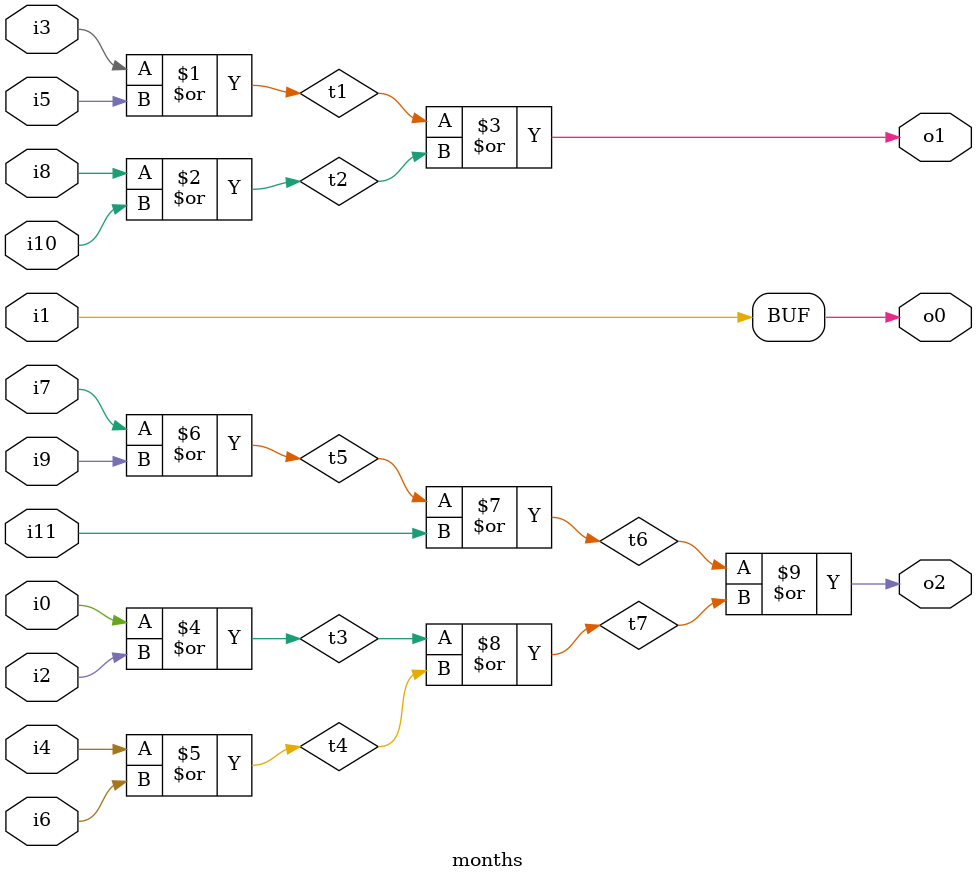
<source format=v>
module months(i0,i1,i2,i3,i4,i5,i6,i7,i8,i9,i10,i11,o0,o1,o2);
input i0,i1,i2,i3,i4,i5,i6,i7,i8,i9,i10,i11;
output o0,o1,o2;
wire t1,t2,t3,t4,t5,t6;
assign o0=i1;
or or1(t1,i3,i5);
or or2(t2,i8,i10);
or or3(o1,t1,t2);
or or4(t3,i0,i2);
or or5(t4,i4,i6);
or or6(t5,i7,i9);
or or7(t6,t5,i11);
or or8(t7,t3,t4);
or or9(o2,t6,t7);
endmodule
</source>
